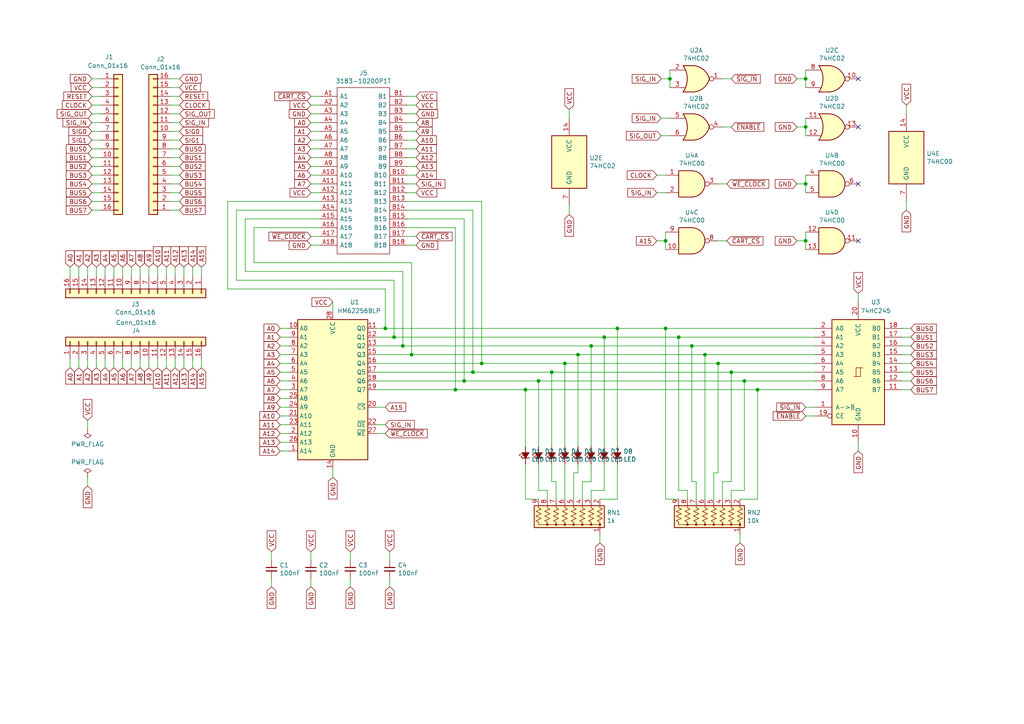
<source format=kicad_sch>
(kicad_sch (version 20230121) (generator eeschema)
  (paper "A4")
  (junction (at 233.68 36.83))
  (junction (at 233.68 69.85))
  (junction (at 204.47 102.87))
  (junction (at 215.9 110.49))
  (junction (at 119.38 102.87))
  (junction (at 196.85 97.79))
  (junction (at 156.21 110.49))
  (junction (at 194.31 22.86))
  (junction (at 132.08 113.03))
  (junction (at 163.83 105.41))
  (junction (at 139.7 105.41))
  (junction (at 193.04 95.25))
  (junction (at 137.16 107.95))
  (junction (at 160.02 107.95))
  (junction (at 175.26 97.79))
  (junction (at 212.09 107.95))
  (junction (at 179.07 95.25))
  (junction (at 208.28 105.41))
  (junction (at 134.62 110.49))
  (junction (at 171.45 100.33))
  (junction (at 193.04 69.85))
  (junction (at 152.4 113.03))
  (junction (at 233.68 22.86))
  (junction (at 167.64 102.87))
  (junction (at 219.71 113.03))
  (junction (at 116.84 100.33))
  (junction (at 114.3 97.79))
  (junction (at 111.76 95.25))
  (junction (at 233.68 53.34))
  (junction (at 200.66 100.33))
  (no_connect (at 248.92 69.85))
  (no_connect (at 248.92 36.83))
  (no_connect (at 248.92 22.86))
  (no_connect (at 248.92 53.34))
  (wire (pts (xy 175.26 134.62) (xy 175.26 142.24)))
  (wire (pts (xy 161.29 139.7) (xy 161.29 144.78)))
  (wire (pts (xy 26.67 27.94) (xy 29.21 27.94)))
  (wire (pts (xy 26.67 60.96) (xy 29.21 60.96)))
  (wire (pts (xy 118.11 43.18) (xy 120.65 43.18)))
  (wire (pts (xy 120.65 27.94) (xy 118.11 27.94)))
  (wire (pts (xy 45.72 104.14) (xy 45.72 106.68)))
  (wire (pts (xy 81.28 105.41) (xy 83.82 105.41)))
  (wire (pts (xy 81.28 107.95) (xy 83.82 107.95)))
  (wire (pts (xy 90.17 53.34) (xy 92.71 53.34)))
  (wire (pts (xy 26.67 53.34) (xy 29.21 53.34)))
  (wire (pts (xy 49.53 45.72) (xy 52.07 45.72)))
  (wire (pts (xy 26.67 38.1) (xy 29.21 38.1)))
  (wire (pts (xy 92.71 66.04) (xy 73.66 66.04)))
  (wire (pts (xy 35.56 80.01) (xy 35.56 77.47)))
  (wire (pts (xy 190.5 50.8) (xy 193.04 50.8)))
  (wire (pts (xy 49.53 25.4) (xy 52.07 25.4)))
  (wire (pts (xy 193.04 95.25) (xy 193.04 144.78)))
  (wire (pts (xy 118.11 48.26) (xy 120.65 48.26)))
  (wire (pts (xy 165.1 62.23) (xy 165.1 59.69)))
  (wire (pts (xy 81.28 102.87) (xy 83.82 102.87)))
  (wire (pts (xy 208.28 105.41) (xy 236.22 105.41)))
  (wire (pts (xy 109.22 107.95) (xy 137.16 107.95)))
  (wire (pts (xy 119.38 102.87) (xy 167.64 102.87)))
  (wire (pts (xy 158.75 142.24) (xy 158.75 144.78)))
  (wire (pts (xy 48.26 80.01) (xy 48.26 77.47)))
  (wire (pts (xy 25.4 80.01) (xy 25.4 77.47)))
  (wire (pts (xy 49.53 38.1) (xy 52.07 38.1)))
  (wire (pts (xy 33.02 104.14) (xy 33.02 106.68)))
  (wire (pts (xy 26.67 33.02) (xy 29.21 33.02)))
  (wire (pts (xy 233.68 36.83) (xy 231.14 36.83)))
  (wire (pts (xy 109.22 102.87) (xy 119.38 102.87)))
  (wire (pts (xy 109.22 95.25) (xy 111.76 95.25)))
  (wire (pts (xy 26.67 55.88) (xy 29.21 55.88)))
  (wire (pts (xy 231.14 69.85) (xy 233.68 69.85)))
  (wire (pts (xy 111.76 125.73) (xy 109.22 125.73)))
  (wire (pts (xy 196.85 97.79) (xy 196.85 142.24)))
  (wire (pts (xy 26.67 25.4) (xy 29.21 25.4)))
  (wire (pts (xy 66.04 83.82) (xy 111.76 83.82)))
  (wire (pts (xy 215.9 110.49) (xy 236.22 110.49)))
  (wire (pts (xy 38.1 104.14) (xy 38.1 106.68)))
  (wire (pts (xy 171.45 134.62) (xy 171.45 139.7)))
  (wire (pts (xy 81.28 115.57) (xy 83.82 115.57)))
  (wire (pts (xy 20.32 104.14) (xy 20.32 106.68)))
  (wire (pts (xy 193.04 95.25) (xy 236.22 95.25)))
  (wire (pts (xy 156.21 142.24) (xy 158.75 142.24)))
  (wire (pts (xy 90.17 48.26) (xy 92.71 48.26)))
  (wire (pts (xy 160.02 107.95) (xy 160.02 129.54)))
  (wire (pts (xy 53.34 104.14) (xy 53.34 106.68)))
  (wire (pts (xy 90.17 68.58) (xy 92.71 68.58)))
  (wire (pts (xy 90.17 38.1) (xy 92.71 38.1)))
  (wire (pts (xy 26.67 35.56) (xy 29.21 35.56)))
  (wire (pts (xy 49.53 35.56) (xy 52.07 35.56)))
  (wire (pts (xy 179.07 95.25) (xy 179.07 129.54)))
  (wire (pts (xy 160.02 107.95) (xy 212.09 107.95)))
  (wire (pts (xy 160.02 139.7) (xy 161.29 139.7)))
  (wire (pts (xy 55.88 104.14) (xy 55.88 106.68)))
  (wire (pts (xy 233.68 120.65) (xy 236.22 120.65)))
  (wire (pts (xy 111.76 123.19) (xy 109.22 123.19)))
  (wire (pts (xy 90.17 170.18) (xy 90.17 167.64)))
  (wire (pts (xy 171.45 100.33) (xy 171.45 129.54)))
  (wire (pts (xy 25.4 140.97) (xy 25.4 138.43)))
  (wire (pts (xy 118.11 33.02) (xy 120.65 33.02)))
  (wire (pts (xy 163.83 134.62) (xy 163.83 144.78)))
  (wire (pts (xy 166.37 137.16) (xy 166.37 144.78)))
  (wire (pts (xy 219.71 113.03) (xy 219.71 144.78)))
  (wire (pts (xy 81.28 113.03) (xy 83.82 113.03)))
  (wire (pts (xy 215.9 142.24) (xy 212.09 142.24)))
  (wire (pts (xy 96.52 138.43) (xy 96.52 135.89)))
  (wire (pts (xy 43.18 104.14) (xy 43.18 106.68)))
  (wire (pts (xy 207.01 137.16) (xy 207.01 144.78)))
  (wire (pts (xy 214.63 157.48) (xy 214.63 154.94)))
  (wire (pts (xy 90.17 45.72) (xy 92.71 45.72)))
  (wire (pts (xy 261.62 97.79) (xy 264.16 97.79)))
  (wire (pts (xy 118.11 40.64) (xy 120.65 40.64)))
  (wire (pts (xy 233.68 53.34) (xy 233.68 50.8)))
  (wire (pts (xy 210.82 69.85) (xy 208.28 69.85)))
  (wire (pts (xy 212.09 107.95) (xy 212.09 139.7)))
  (wire (pts (xy 261.62 107.95) (xy 264.16 107.95)))
  (wire (pts (xy 120.65 35.56) (xy 118.11 35.56)))
  (wire (pts (xy 109.22 105.41) (xy 139.7 105.41)))
  (wire (pts (xy 109.22 97.79) (xy 114.3 97.79)))
  (wire (pts (xy 156.21 134.62) (xy 156.21 142.24)))
  (wire (pts (xy 27.94 104.14) (xy 27.94 106.68)))
  (wire (pts (xy 261.62 113.03) (xy 264.16 113.03)))
  (wire (pts (xy 208.28 137.16) (xy 207.01 137.16)))
  (wire (pts (xy 179.07 134.62) (xy 179.07 144.78)))
  (wire (pts (xy 204.47 102.87) (xy 236.22 102.87)))
  (wire (pts (xy 233.68 72.39) (xy 233.68 69.85)))
  (wire (pts (xy 167.64 137.16) (xy 166.37 137.16)))
  (wire (pts (xy 201.93 139.7) (xy 201.93 144.78)))
  (wire (pts (xy 196.85 142.24) (xy 199.39 142.24)))
  (wire (pts (xy 233.68 55.88) (xy 233.68 53.34)))
  (wire (pts (xy 204.47 102.87) (xy 204.47 144.78)))
  (wire (pts (xy 212.09 142.24) (xy 212.09 144.78)))
  (wire (pts (xy 199.39 142.24) (xy 199.39 144.78)))
  (wire (pts (xy 101.6 170.18) (xy 101.6 167.64)))
  (wire (pts (xy 120.65 68.58) (xy 118.11 68.58)))
  (wire (pts (xy 81.28 120.65) (xy 83.82 120.65)))
  (wire (pts (xy 132.08 66.04) (xy 132.08 113.03)))
  (wire (pts (xy 134.62 63.5) (xy 118.11 63.5)))
  (wire (pts (xy 194.31 22.86) (xy 194.31 20.32)))
  (wire (pts (xy 118.11 50.8) (xy 120.65 50.8)))
  (wire (pts (xy 171.45 100.33) (xy 200.66 100.33)))
  (wire (pts (xy 81.28 125.73) (xy 83.82 125.73)))
  (wire (pts (xy 233.68 34.29) (xy 233.68 36.83)))
  (wire (pts (xy 261.62 102.87) (xy 264.16 102.87)))
  (wire (pts (xy 132.08 113.03) (xy 152.4 113.03)))
  (wire (pts (xy 120.65 71.12) (xy 118.11 71.12)))
  (wire (pts (xy 167.64 134.62) (xy 167.64 137.16)))
  (wire (pts (xy 196.85 97.79) (xy 236.22 97.79)))
  (wire (pts (xy 49.53 40.64) (xy 52.07 40.64)))
  (wire (pts (xy 193.04 67.31) (xy 193.04 69.85)))
  (wire (pts (xy 26.67 40.64) (xy 29.21 40.64)))
  (wire (pts (xy 26.67 22.86) (xy 29.21 22.86)))
  (wire (pts (xy 175.26 97.79) (xy 175.26 129.54)))
  (wire (pts (xy 78.74 170.18) (xy 78.74 167.64)))
  (wire (pts (xy 71.12 78.74) (xy 116.84 78.74)))
  (wire (pts (xy 167.64 102.87) (xy 167.64 129.54)))
  (wire (pts (xy 118.11 66.04) (xy 132.08 66.04)))
  (wire (pts (xy 38.1 80.01) (xy 38.1 77.47)))
  (wire (pts (xy 111.76 83.82) (xy 111.76 95.25)))
  (wire (pts (xy 262.89 30.48) (xy 262.89 33.02)))
  (wire (pts (xy 111.76 95.25) (xy 179.07 95.25)))
  (wire (pts (xy 190.5 55.88) (xy 193.04 55.88)))
  (wire (pts (xy 233.68 20.32) (xy 233.68 22.86)))
  (wire (pts (xy 90.17 160.02) (xy 90.17 162.56)))
  (wire (pts (xy 152.4 113.03) (xy 152.4 129.54)))
  (wire (pts (xy 71.12 63.5) (xy 71.12 78.74)))
  (wire (pts (xy 156.21 110.49) (xy 215.9 110.49)))
  (wire (pts (xy 49.53 50.8) (xy 52.07 50.8)))
  (wire (pts (xy 49.53 27.94) (xy 52.07 27.94)))
  (wire (pts (xy 49.53 55.88) (xy 52.07 55.88)))
  (wire (pts (xy 58.42 104.14) (xy 58.42 106.68)))
  (wire (pts (xy 35.56 104.14) (xy 35.56 106.68)))
  (wire (pts (xy 212.09 139.7) (xy 209.55 139.7)))
  (wire (pts (xy 30.48 80.01) (xy 30.48 77.47)))
  (wire (pts (xy 26.67 45.72) (xy 29.21 45.72)))
  (wire (pts (xy 40.64 104.14) (xy 40.64 106.68)))
  (wire (pts (xy 261.62 95.25) (xy 264.16 95.25)))
  (wire (pts (xy 119.38 76.2) (xy 119.38 102.87)))
  (wire (pts (xy 116.84 78.74) (xy 116.84 100.33)))
  (wire (pts (xy 92.71 58.42) (xy 66.04 58.42)))
  (wire (pts (xy 233.68 22.86) (xy 231.14 22.86)))
  (wire (pts (xy 25.4 121.92) (xy 25.4 124.46)))
  (wire (pts (xy 90.17 33.02) (xy 92.71 33.02)))
  (wire (pts (xy 81.28 128.27) (xy 83.82 128.27)))
  (wire (pts (xy 22.86 104.14) (xy 22.86 106.68)))
  (wire (pts (xy 219.71 113.03) (xy 236.22 113.03)))
  (wire (pts (xy 156.21 110.49) (xy 156.21 129.54)))
  (wire (pts (xy 171.45 142.24) (xy 171.45 144.78)))
  (wire (pts (xy 193.04 144.78) (xy 196.85 144.78)))
  (wire (pts (xy 66.04 58.42) (xy 66.04 83.82)))
  (wire (pts (xy 233.68 22.86) (xy 233.68 25.4)))
  (wire (pts (xy 90.17 40.64) (xy 92.71 40.64)))
  (wire (pts (xy 114.3 97.79) (xy 175.26 97.79)))
  (wire (pts (xy 152.4 134.62) (xy 152.4 144.78)))
  (wire (pts (xy 118.11 30.48) (xy 120.65 30.48)))
  (wire (pts (xy 101.6 160.02) (xy 101.6 162.56)))
  (wire (pts (xy 231.14 53.34) (xy 233.68 53.34)))
  (wire (pts (xy 40.64 80.01) (xy 40.64 77.47)))
  (wire (pts (xy 81.28 97.79) (xy 83.82 97.79)))
  (wire (pts (xy 49.53 33.02) (xy 52.07 33.02)))
  (wire (pts (xy 81.28 130.81) (xy 83.82 130.81)))
  (wire (pts (xy 90.17 55.88) (xy 92.71 55.88)))
  (wire (pts (xy 81.28 123.19) (xy 83.82 123.19)))
  (wire (pts (xy 212.09 36.83) (xy 209.55 36.83)))
  (wire (pts (xy 118.11 60.96) (xy 137.16 60.96)))
  (wire (pts (xy 173.99 157.48) (xy 173.99 154.94)))
  (wire (pts (xy 152.4 113.03) (xy 219.71 113.03)))
  (wire (pts (xy 90.17 27.94) (xy 92.71 27.94)))
  (wire (pts (xy 111.76 118.11) (xy 109.22 118.11)))
  (wire (pts (xy 175.26 142.24) (xy 171.45 142.24)))
  (wire (pts (xy 58.42 80.01) (xy 58.42 77.47)))
  (wire (pts (xy 163.83 105.41) (xy 163.83 129.54)))
  (wire (pts (xy 168.91 139.7) (xy 168.91 144.78)))
  (wire (pts (xy 78.74 160.02) (xy 78.74 162.56)))
  (wire (pts (xy 113.03 160.02) (xy 113.03 162.56)))
  (wire (pts (xy 20.32 80.01) (xy 20.32 77.47)))
  (wire (pts (xy 233.68 118.11) (xy 236.22 118.11)))
  (wire (pts (xy 26.67 50.8) (xy 29.21 50.8)))
  (wire (pts (xy 137.16 107.95) (xy 160.02 107.95)))
  (wire (pts (xy 49.53 60.96) (xy 52.07 60.96)))
  (wire (pts (xy 49.53 53.34) (xy 52.07 53.34)))
  (wire (pts (xy 262.89 60.96) (xy 262.89 58.42)))
  (wire (pts (xy 137.16 60.96) (xy 137.16 107.95)))
  (wire (pts (xy 25.4 104.14) (xy 25.4 106.68)))
  (wire (pts (xy 190.5 69.85) (xy 193.04 69.85)))
  (wire (pts (xy 68.58 81.28) (xy 114.3 81.28)))
  (wire (pts (xy 96.52 87.63) (xy 96.52 90.17)))
  (wire (pts (xy 26.67 30.48) (xy 29.21 30.48)))
  (wire (pts (xy 90.17 71.12) (xy 92.71 71.12)))
  (wire (pts (xy 92.71 35.56) (xy 90.17 35.56)))
  (wire (pts (xy 200.66 100.33) (xy 236.22 100.33)))
  (wire (pts (xy 118.11 38.1) (xy 120.65 38.1)))
  (wire (pts (xy 200.66 100.33) (xy 200.66 139.7)))
  (wire (pts (xy 50.8 80.01) (xy 50.8 77.47)))
  (wire (pts (xy 49.53 43.18) (xy 52.07 43.18)))
  (wire (pts (xy 30.48 104.14) (xy 30.48 106.68)))
  (wire (pts (xy 81.28 95.25) (xy 83.82 95.25)))
  (wire (pts (xy 175.26 97.79) (xy 196.85 97.79)))
  (wire (pts (xy 109.22 100.33) (xy 116.84 100.33)))
  (wire (pts (xy 33.02 80.01) (xy 33.02 77.47)))
  (wire (pts (xy 191.77 34.29) (xy 194.31 34.29)))
  (wire (pts (xy 73.66 76.2) (xy 119.38 76.2)))
  (wire (pts (xy 90.17 50.8) (xy 92.71 50.8)))
  (wire (pts (xy 194.31 22.86) (xy 194.31 25.4)))
  (wire (pts (xy 212.09 107.95) (xy 236.22 107.95)))
  (wire (pts (xy 49.53 48.26) (xy 52.07 48.26)))
  (wire (pts (xy 163.83 105.41) (xy 208.28 105.41)))
  (wire (pts (xy 171.45 139.7) (xy 168.91 139.7)))
  (wire (pts (xy 50.8 104.14) (xy 50.8 106.68)))
  (wire (pts (xy 210.82 53.34) (xy 208.28 53.34)))
  (wire (pts (xy 49.53 58.42) (xy 52.07 58.42)))
  (wire (pts (xy 49.53 30.48) (xy 52.07 30.48)))
  (wire (pts (xy 92.71 60.96) (xy 68.58 60.96)))
  (wire (pts (xy 81.28 110.49) (xy 83.82 110.49)))
  (wire (pts (xy 233.68 69.85) (xy 233.68 67.31)))
  (wire (pts (xy 26.67 58.42) (xy 29.21 58.42)))
  (wire (pts (xy 179.07 95.25) (xy 193.04 95.25)))
  (wire (pts (xy 92.71 63.5) (xy 71.12 63.5)))
  (wire (pts (xy 191.77 22.86) (xy 194.31 22.86)))
  (wire (pts (xy 26.67 43.18) (xy 29.21 43.18)))
  (wire (pts (xy 43.18 80.01) (xy 43.18 77.47)))
  (wire (pts (xy 139.7 105.41) (xy 163.83 105.41)))
  (wire (pts (xy 81.28 118.11) (xy 83.82 118.11)))
  (wire (pts (xy 26.67 48.26) (xy 29.21 48.26)))
  (wire (pts (xy 45.72 80.01) (xy 45.72 77.47)))
  (wire (pts (xy 179.07 144.78) (xy 173.99 144.78)))
  (wire (pts (xy 73.66 66.04) (xy 73.66 76.2)))
  (wire (pts (xy 116.84 100.33) (xy 171.45 100.33)))
  (wire (pts (xy 191.77 39.37) (xy 194.31 39.37)))
  (wire (pts (xy 55.88 80.01) (xy 55.88 77.47)))
  (wire (pts (xy 134.62 110.49) (xy 156.21 110.49)))
  (wire (pts (xy 212.09 22.86) (xy 209.55 22.86)))
  (wire (pts (xy 109.22 110.49) (xy 134.62 110.49)))
  (wire (pts (xy 261.62 100.33) (xy 264.16 100.33)))
  (wire (pts (xy 139.7 58.42) (xy 139.7 105.41)))
  (wire (pts (xy 68.58 60.96) (xy 68.58 81.28)))
  (wire (pts (xy 152.4 144.78) (xy 156.21 144.78)))
  (wire (pts (xy 114.3 81.28) (xy 114.3 97.79)))
  (wire (pts (xy 27.94 80.01) (xy 27.94 77.47)))
  (wire (pts (xy 49.53 22.86) (xy 52.07 22.86)))
  (wire (pts (xy 113.03 170.18) (xy 113.03 167.64)))
  (wire (pts (xy 209.55 139.7) (xy 209.55 144.78)))
  (wire (pts (xy 118.11 58.42) (xy 139.7 58.42)))
  (wire (pts (xy 118.11 45.72) (xy 120.65 45.72)))
  (wire (pts (xy 120.65 55.88) (xy 118.11 55.88)))
  (wire (pts (xy 165.1 31.75) (xy 165.1 34.29)))
  (wire (pts (xy 53.34 80.01) (xy 53.34 77.47)))
  (wire (pts (xy 233.68 36.83) (xy 233.68 39.37)))
  (wire (pts (xy 219.71 144.78) (xy 214.63 144.78)))
  (wire (pts (xy 261.62 105.41) (xy 264.16 105.41)))
  (wire (pts (xy 261.62 110.49) (xy 264.16 110.49)))
  (wire (pts (xy 90.17 30.48) (xy 92.71 30.48)))
  (wire (pts (xy 90.17 43.18) (xy 92.71 43.18)))
  (wire (pts (xy 193.04 69.85) (xy 193.04 72.39)))
  (wire (pts (xy 167.64 102.87) (xy 204.47 102.87)))
  (wire (pts (xy 118.11 53.34) (xy 120.65 53.34)))
  (wire (pts (xy 160.02 134.62) (xy 160.02 139.7)))
  (wire (pts (xy 248.92 85.09) (xy 248.92 87.63)))
  (wire (pts (xy 200.66 139.7) (xy 201.93 139.7)))
  (wire (pts (xy 134.62 110.49) (xy 134.62 63.5)))
  (wire (pts (xy 48.26 104.14) (xy 48.26 106.68)))
  (wire (pts (xy 215.9 110.49) (xy 215.9 142.24)))
  (wire (pts (xy 109.22 113.03) (xy 132.08 113.03)))
  (wire (pts (xy 248.92 130.81) (xy 248.92 128.27)))
  (wire (pts (xy 81.28 100.33) (xy 83.82 100.33)))
  (wire (pts (xy 22.86 80.01) (xy 22.86 77.47)))
  (wire (pts (xy 208.28 105.41) (xy 208.28 137.16)))
  (global_label "A8" (shape input) (at 40.64 106.68 270) (property "Intersheetrefs" "${INTERSHEET_REFS}" (effects hide)))
  (global_label "A13" (shape input) (at 53.34 106.68 270) (property "Intersheetrefs" "${INTERSHEET_REFS}" (effects hide)))
  (global_label "BUS1" (shape input) (at 264.16 97.79 0) (property "Intersheetrefs" "${INTERSHEET_REFS}" (effects hide)))
  (global_label "A14" (shape input) (at 55.88 106.68 270) (property "Intersheetrefs" "${INTERSHEET_REFS}" (effects hide)))
  (global_label "CLOCK" (shape input) (at 190.5 50.8 180) (property "Intersheetrefs" "${INTERSHEET_REFS}" (effects hide)))
  (global_label "BUS3" (shape input) (at 52.07 50.8 0) (property "Intersheetrefs" "${INTERSHEET_REFS}" (effects hide)))
  (global_label "BUS3" (shape input) (at 264.16 102.87 0) (property "Intersheetrefs" "${INTERSHEET_REFS}" (effects hide)))
  (global_label "A6" (shape input) (at 81.28 110.49 180) (property "Intersheetrefs" "${INTERSHEET_REFS}" (effects hide)))
  (global_label "BUS5" (shape input) (at 52.07 55.88 0) (property "Intersheetrefs" "${INTERSHEET_REFS}" (effects hide)))
  (global_label "BUS4" (shape input) (at 26.67 53.34 180) (property "Intersheetrefs" "${INTERSHEET_REFS}" (effects hide)))
  (global_label "~{SIG_IN}" (shape input) (at 212.09 22.86 0) (property "Intersheetrefs" "${INTERSHEET_REFS}" (effects hide)))
  (global_label "VCC" (shape input) (at 120.65 27.94 0) (property "Intersheetrefs" "${INTERSHEET_REFS}" (effects hide)))
  (global_label "SIG_IN" (shape input) (at 52.07 35.56 0) (property "Intersheetrefs" "${INTERSHEET_REFS}" (effects hide)))
  (global_label "A4" (shape input) (at 90.17 45.72 180) (property "Intersheetrefs" "${INTERSHEET_REFS}" (effects hide)))
  (global_label "SIG_IN" (shape input) (at 191.77 34.29 180) (property "Intersheetrefs" "${INTERSHEET_REFS}" (effects hide)))
  (global_label "SIG0" (shape input) (at 26.67 38.1 180) (property "Intersheetrefs" "${INTERSHEET_REFS}" (effects hide)))
  (global_label "GND" (shape input) (at 26.67 22.86 180) (property "Intersheetrefs" "${INTERSHEET_REFS}" (effects hide)))
  (global_label "VCC" (shape input) (at 25.4 121.92 90) (property "Intersheetrefs" "${INTERSHEET_REFS}" (effects hide)))
  (global_label "A14" (shape input) (at 55.88 77.47 90) (property "Intersheetrefs" "${INTERSHEET_REFS}" (effects hide)))
  (global_label "GND" (shape input) (at 101.6 170.18 270) (property "Intersheetrefs" "${INTERSHEET_REFS}" (effects hide)))
  (global_label "BUS4" (shape input) (at 264.16 105.41 0) (property "Intersheetrefs" "${INTERSHEET_REFS}" (effects hide)))
  (global_label "A9" (shape input) (at 43.18 77.47 90) (property "Intersheetrefs" "${INTERSHEET_REFS}" (effects hide)))
  (global_label "SIG1" (shape input) (at 26.67 40.64 180) (property "Intersheetrefs" "${INTERSHEET_REFS}" (effects hide)))
  (global_label "~{CART_CS}" (shape input) (at 90.17 27.94 180) (property "Intersheetrefs" "${INTERSHEET_REFS}" (effects hide)))
  (global_label "A3" (shape input) (at 27.94 77.47 90) (property "Intersheetrefs" "${INTERSHEET_REFS}" (effects hide)))
  (global_label "A12" (shape input) (at 81.28 125.73 180) (property "Intersheetrefs" "${INTERSHEET_REFS}" (effects hide)))
  (global_label "A2" (shape input) (at 81.28 100.33 180) (property "Intersheetrefs" "${INTERSHEET_REFS}" (effects hide)))
  (global_label "A5" (shape input) (at 90.17 48.26 180) (property "Intersheetrefs" "${INTERSHEET_REFS}" (effects hide)))
  (global_label "A10" (shape input) (at 120.65 40.64 0) (property "Intersheetrefs" "${INTERSHEET_REFS}" (effects hide)))
  (global_label "GND" (shape input) (at 231.14 36.83 180) (property "Intersheetrefs" "${INTERSHEET_REFS}" (effects hide)))
  (global_label "A7" (shape input) (at 90.17 53.34 180) (property "Intersheetrefs" "${INTERSHEET_REFS}" (effects hide)))
  (global_label "A11" (shape input) (at 48.26 77.47 90) (property "Intersheetrefs" "${INTERSHEET_REFS}" (effects hide)))
  (global_label "A7" (shape input) (at 38.1 106.68 270) (property "Intersheetrefs" "${INTERSHEET_REFS}" (effects hide)))
  (global_label "BUS2" (shape input) (at 52.07 48.26 0) (property "Intersheetrefs" "${INTERSHEET_REFS}" (effects hide)))
  (global_label "A2" (shape input) (at 90.17 40.64 180) (property "Intersheetrefs" "${INTERSHEET_REFS}" (effects hide)))
  (global_label "BUS6" (shape input) (at 52.07 58.42 0) (property "Intersheetrefs" "${INTERSHEET_REFS}" (effects hide)))
  (global_label "VCC" (shape input) (at 90.17 160.02 90) (property "Intersheetrefs" "${INTERSHEET_REFS}" (effects hide)))
  (global_label "A3" (shape input) (at 90.17 43.18 180) (property "Intersheetrefs" "${INTERSHEET_REFS}" (effects hide)))
  (global_label "A12" (shape input) (at 120.65 45.72 0) (property "Intersheetrefs" "${INTERSHEET_REFS}" (effects hide)))
  (global_label "BUS0" (shape input) (at 26.67 43.18 180) (property "Intersheetrefs" "${INTERSHEET_REFS}" (effects hide)))
  (global_label "A14" (shape input) (at 120.65 50.8 0) (property "Intersheetrefs" "${INTERSHEET_REFS}" (effects hide)))
  (global_label "~{WE_CLOCK}" (shape input) (at 90.17 68.58 180) (property "Intersheetrefs" "${INTERSHEET_REFS}" (effects hide)))
  (global_label "VCC" (shape input) (at 26.67 25.4 180) (property "Intersheetrefs" "${INTERSHEET_REFS}" (effects hide)))
  (global_label "A5" (shape input) (at 81.28 107.95 180) (property "Intersheetrefs" "${INTERSHEET_REFS}" (effects hide)))
  (global_label "GND" (shape input) (at 120.65 71.12 0) (property "Intersheetrefs" "${INTERSHEET_REFS}" (effects hide)))
  (global_label "GND" (shape input) (at 120.65 33.02 0) (property "Intersheetrefs" "${INTERSHEET_REFS}" (effects hide)))
  (global_label "VCC" (shape input) (at 120.65 55.88 0) (property "Intersheetrefs" "${INTERSHEET_REFS}" (effects hide)))
  (global_label "A2" (shape input) (at 25.4 106.68 270) (property "Intersheetrefs" "${INTERSHEET_REFS}" (effects hide)))
  (global_label "A10" (shape input) (at 45.72 77.47 90) (property "Intersheetrefs" "${INTERSHEET_REFS}" (effects hide)))
  (global_label "CLOCK" (shape input) (at 26.67 30.48 180) (property "Intersheetrefs" "${INTERSHEET_REFS}" (effects hide)))
  (global_label "A4" (shape input) (at 81.28 105.41 180) (property "Intersheetrefs" "${INTERSHEET_REFS}" (effects hide)))
  (global_label "VCC" (shape input) (at 90.17 30.48 180) (property "Intersheetrefs" "${INTERSHEET_REFS}" (effects hide)))
  (global_label "SIG0" (shape input) (at 52.07 38.1 0) (property "Intersheetrefs" "${INTERSHEET_REFS}" (effects hide)))
  (global_label "~{ENABLE}" (shape input) (at 233.68 120.65 180) (property "Intersheetrefs" "${INTERSHEET_REFS}" (effects hide)))
  (global_label "GND" (shape input) (at 52.07 22.86 0) (property "Intersheetrefs" "${INTERSHEET_REFS}" (effects hide)))
  (global_label "SIG_OUT" (shape input) (at 52.07 33.02 0) (property "Intersheetrefs" "${INTERSHEET_REFS}" (effects hide)))
  (global_label "VCC" (shape input) (at 101.6 160.02 90) (property "Intersheetrefs" "${INTERSHEET_REFS}" (effects hide)))
  (global_label "GND" (shape input) (at 90.17 33.02 180) (property "Intersheetrefs" "${INTERSHEET_REFS}" (effects hide)))
  (global_label "A13" (shape input) (at 120.65 48.26 0) (property "Intersheetrefs" "${INTERSHEET_REFS}" (effects hide)))
  (global_label "A9" (shape input) (at 43.18 106.68 270) (property "Intersheetrefs" "${INTERSHEET_REFS}" (effects hide)))
  (global_label "~{SIG_IN}" (shape input) (at 233.68 118.11 180) (property "Intersheetrefs" "${INTERSHEET_REFS}" (effects hide)))
  (global_label "BUS7" (shape input) (at 26.67 60.96 180) (property "Intersheetrefs" "${INTERSHEET_REFS}" (effects hide)))
  (global_label "~{WE_CLOCK}" (shape input) (at 111.76 125.73 0) (property "Intersheetrefs" "${INTERSHEET_REFS}" (effects hide)))
  (global_label "SIG1" (shape input) (at 52.07 40.64 0) (property "Intersheetrefs" "${INTERSHEET_REFS}" (effects hide)))
  (global_label "A8" (shape input) (at 120.65 35.56 0) (property "Intersheetrefs" "${INTERSHEET_REFS}" (effects hide)))
  (global_label "A8" (shape input) (at 40.64 77.47 90) (property "Intersheetrefs" "${INTERSHEET_REFS}" (effects hide)))
  (global_label "GND" (shape input) (at 25.4 140.97 270) (property "Intersheetrefs" "${INTERSHEET_REFS}" (effects hide)))
  (global_label "A13" (shape input) (at 81.28 128.27 180) (property "Intersheetrefs" "${INTERSHEET_REFS}" (effects hide)))
  (global_label "GND" (shape input) (at 165.1 62.23 270) (property "Intersheetrefs" "${INTERSHEET_REFS}" (effects hide)))
  (global_label "GND" (shape input) (at 96.52 138.43 270) (property "Intersheetrefs" "${INTERSHEET_REFS}" (effects hide)))
  (global_label "BUS7" (shape input) (at 264.16 113.03 0) (property "Intersheetrefs" "${INTERSHEET_REFS}" (effects hide)))
  (global_label "BUS5" (shape input) (at 264.16 107.95 0) (property "Intersheetrefs" "${INTERSHEET_REFS}" (effects hide)))
  (global_label "A12" (shape input) (at 50.8 77.47 90) (property "Intersheetrefs" "${INTERSHEET_REFS}" (effects hide)))
  (global_label "A7" (shape input) (at 81.28 113.03 180) (property "Intersheetrefs" "${INTERSHEET_REFS}" (effects hide)))
  (global_label "VCC" (shape input) (at 248.92 85.09 90) (property "Intersheetrefs" "${INTERSHEET_REFS}" (effects hide)))
  (global_label "VCC" (shape input) (at 165.1 31.75 90) (property "Intersheetrefs" "${INTERSHEET_REFS}" (effects hide)))
  (global_label "A1" (shape input) (at 81.28 97.79 180) (property "Intersheetrefs" "${INTERSHEET_REFS}" (effects hide)))
  (global_label "A1" (shape input) (at 90.17 38.1 180) (property "Intersheetrefs" "${INTERSHEET_REFS}" (effects hide)))
  (global_label "A7" (shape input) (at 38.1 77.47 90) (property "Intersheetrefs" "${INTERSHEET_REFS}" (effects hide)))
  (global_label "A15" (shape input) (at 58.42 77.47 90) (property "Intersheetrefs" "${INTERSHEET_REFS}" (effects hide)))
  (global_label "A10" (shape input) (at 81.28 120.65 180) (property "Intersheetrefs" "${INTERSHEET_REFS}" (effects hide)))
  (global_label "A14" (shape input) (at 81.28 130.81 180) (property "Intersheetrefs" "${INTERSHEET_REFS}" (effects hide)))
  (global_label "BUS3" (shape input) (at 26.67 50.8 180) (property "Intersheetrefs" "${INTERSHEET_REFS}" (effects hide)))
  (global_label "A9" (shape input) (at 81.28 118.11 180) (property "Intersheetrefs" "${INTERSHEET_REFS}" (effects hide)))
  (global_label "GND" (shape input) (at 231.14 53.34 180) (property "Intersheetrefs" "${INTERSHEET_REFS}" (effects hide)))
  (global_label "BUS2" (shape input) (at 26.67 48.26 180) (property "Intersheetrefs" "${INTERSHEET_REFS}" (effects hide)))
  (global_label "BUS0" (shape input) (at 264.16 95.25 0) (property "Intersheetrefs" "${INTERSHEET_REFS}" (effects hide)))
  (global_label "A0" (shape input) (at 81.28 95.25 180) (property "Intersheetrefs" "${INTERSHEET_REFS}" (effects hide)))
  (global_label "~{CART_CS}" (shape input) (at 210.82 69.85 0) (property "Intersheetrefs" "${INTERSHEET_REFS}" (effects hide)))
  (global_label "SIG_OUT" (shape input) (at 26.67 33.02 180) (property "Intersheetrefs" "${INTERSHEET_REFS}" (effects hide)))
  (global_label "SIG_OUT" (shape input) (at 191.77 39.37 180) (property "Intersheetrefs" "${INTERSHEET_REFS}" (effects hide)))
  (global_label "A0" (shape input) (at 20.32 106.68 270) (property "Intersheetrefs" "${INTERSHEET_REFS}" (effects hide)))
  (global_label "A6" (shape input) (at 35.56 106.68 270) (property "Intersheetrefs" "${INTERSHEET_REFS}" (effects hide)))
  (global_label "A1" (shape input) (at 22.86 106.68 270) (property "Intersheetrefs" "${INTERSHEET_REFS}" (effects hide)))
  (global_label "A3" (shape input) (at 81.28 102.87 180) (property "Intersheetrefs" "${INTERSHEET_REFS}" (effects hide)))
  (global_label "GND" (shape input) (at 90.17 71.12 180) (property "Intersheetrefs" "${INTERSHEET_REFS}" (effects hide)))
  (global_label "A9" (shape input) (at 120.65 38.1 0) (property "Intersheetrefs" "${INTERSHEET_REFS}" (effects hide)))
  (global_label "BUS1" (shape input) (at 52.07 45.72 0) (property "Intersheetrefs" "${INTERSHEET_REFS}" (effects hide)))
  (global_label "GND" (shape input) (at 78.74 170.18 270) (property "Intersheetrefs" "${INTERSHEET_REFS}" (effects hide)))
  (global_label "GND" (shape input) (at 214.63 157.48 270) (property "Intersheetrefs" "${INTERSHEET_REFS}" (effects hide)))
  (global_label "SIG_IN" (shape input) (at 26.67 35.56 180) (property "Intersheetrefs" "${INTERSHEET_REFS}" (effects hide)))
  (global_label "BUS7" (shape input) (at 52.07 60.96 0) (property "Intersheetrefs" "${INTERSHEET_REFS}" (effects hide)))
  (global_label "BUS6" (shape input) (at 264.16 110.49 0) (property "Intersheetrefs" "${INTERSHEET_REFS}" (effects hide)))
  (global_label "VCC" (shape input) (at 262.89 30.48 90) (property "Intersheetrefs" "${INTERSHEET_REFS}" (effects hide)))
  (global_label "A4" (shape input) (at 30.48 106.68 270) (property "Intersheetrefs" "${INTERSHEET_REFS}" (effects hide)))
  (global_label "VCC" (shape input) (at 78.74 160.02 90) (property "Intersheetrefs" "${INTERSHEET_REFS}" (effects hide)))
  (global_label "GND" (shape input) (at 248.92 130.81 270) (property "Intersheetrefs" "${INTERSHEET_REFS}" (effects hide)))
  (global_label "GND" (shape input) (at 113.03 170.18 270) (property "Intersheetrefs" "${INTERSHEET_REFS}" (effects hide)))
  (global_label "BUS1" (shape input) (at 26.67 45.72 180) (property "Intersheetrefs" "${INTERSHEET_REFS}" (effects hide)))
  (global_label "GND" (shape input) (at 231.14 22.86 180) (property "Intersheetrefs" "${INTERSHEET_REFS}" (effects hide)))
  (global_label "A8" (shape input) (at 81.28 115.57 180) (property "Intersheetrefs" "${INTERSHEET_REFS}" (effects hide)))
  (global_label "A3" (shape input) (at 27.94 106.68 270) (property "Intersheetrefs" "${INTERSHEET_REFS}" (effects hide)))
  (global_label "A15" (shape input) (at 190.5 69.85 180) (property "Intersheetrefs" "${INTERSHEET_REFS}" (effects hide)))
  (global_label "A0" (shape input) (at 20.32 77.47 90) (property "Intersheetrefs" "${INTERSHEET_REFS}" (effects hide)))
  (global_label "SIG_IN" (shape input) (at 190.5 55.88 180) (property "Intersheetrefs" "${INTERSHEET_REFS}" (effects hide)))
  (global_label "VCC" (shape input) (at 90.17 55.88 180) (property "Intersheetrefs" "${INTERSHEET_REFS}" (effects hide)))
  (global_label "RESET" (shape input) (at 52.07 27.94 0) (property "Intersheetrefs" "${INTERSHEET_REFS}" (effects hide)))
  (global_label "VCC" (shape input) (at 113.03 160.02 90) (property "Intersheetrefs" "${INTERSHEET_REFS}" (effects hide)))
  (global_label "CLOCK" (shape input) (at 52.07 30.48 0) (property "Intersheetrefs" "${INTERSHEET_REFS}" (effects hide)))
  (global_label "GND" (shape input) (at 262.89 60.96 270) (property "Intersheetrefs" "${INTERSHEET_REFS}" (effects hide)))
  (global_label "A11" (shape input) (at 120.65 43.18 0) (property "Intersheetrefs" "${INTERSHEET_REFS}" (effects hide)))
  (global_label "A4" (shape input) (at 30.48 77.47 90) (property "Intersheetrefs" "${INTERSHEET_REFS}" (effects hide)))
  (global_label "VCC" (shape input) (at 52.07 25.4 0) (property "Intersheetrefs" "${INTERSHEET_REFS}" (effects hide)))
  (global_label "BUS5" (shape input) (at 26.67 55.88 180) (property "Intersheetrefs" "${INTERSHEET_REFS}" (effects hide)))
  (global_label "BUS0" (shape input) (at 52.07 43.18 0) (property "Intersheetrefs" "${INTERSHEET_REFS}" (effects hide)))
  (global_label "~{CART_CS}" (shape input) (at 120.65 68.58 0) (property "Intersheetrefs" "${INTERSHEET_REFS}" (effects hide)))
  (global_label "~{ENABLE}" (shape input) (at 212.09 36.83 0) (property "Intersheetrefs" "${INTERSHEET_REFS}" (effects hide)))
  (global_label "SIG_IN" (shape input) (at 191.77 22.86 180) (property "Intersheetrefs" "${INTERSHEET_REFS}" (effects hide)))
  (global_label "A15" (shape input) (at 58.42 106.68 270) (property "Intersheetrefs" "${INTERSHEET_REFS}" (effects hide)))
  (global_label "BUS2" (shape input) (at 264.16 100.33 0) (property "Intersheetrefs" "${INTERSHEET_REFS}" (effects hide)))
  (global_label "A13" (shape input) (at 53.34 77.47 90) (property "Intersheetrefs" "${INTERSHEET_REFS}" (effects hide)))
  (global_label "~{WE_CLOCK}" (shape input) (at 210.82 53.34 0) (property "Intersheetrefs" "${INTERSHEET_REFS}" (effects hide)))
  (global_label "SIG_IN" (shape input) (at 111.76 123.19 0) (property "Intersheetrefs" "${INTERSHEET_REFS}" (effects hide)))
  (global_label "A15" (shape input) (at 111.76 118.11 0) (property "Intersheetrefs" "${INTERSHEET_REFS}" (effects hide)))
  (global_label "A11" (shape input) (at 48.26 106.68 270) (property "Intersheetrefs" "${INTERSHEET_REFS}" (effects hide)))
  (global_label "VCC" (shape input) (at 120.65 30.48 0) (property "Intersheetrefs" "${INTERSHEET_REFS}" (effects hide)))
  (global_label "A11" (shape input) (at 81.28 123.19 180) (property "Intersheetrefs" "${INTERSHEET_REFS}" (effects hide)))
  (global_label "A0" (shape input) (at 90.17 35.56 180) (property "Intersheetrefs" "${INTERSHEET_REFS}" (effects hide)))
  (global_label "A2" (shape input) (at 25.4 77.47 90) (property "Intersheetrefs" "${INTERSHEET_REFS}" (effects hide)))
  (global_label "A1" (shape input) (at 22.86 77.47 90) (property "Intersheetrefs" "${INTERSHEET_REFS}" (effects hide)))
  (global_label "GND" (shape input) (at 231.14 69.85 180) (property "Intersheetrefs" "${INTERSHEET_REFS}" (effects hide)))
  (global_label "GND" (shape input) (at 173.99 157.48 270) (property "Intersheetrefs" "${INTERSHEET_REFS}" (effects hide)))
  (global_label "BUS6" (shape input) (at 26.67 58.42 180) (property "Intersheetrefs" "${INTERSHEET_REFS}" (effects hide)))
  (global_label "A5" (shape input) (at 33.02 77.47 90) (property "Intersheetrefs" "${INTERSHEET_REFS}" (effects hide)))
  (global_label "VCC" (shape input) (at 96.52 87.63 180) (property "Intersheetrefs" "${INTERSHEET_REFS}" (effects hide)))
  (global_label "A12" (shape input) (at 50.8 106.68 270) (property "Intersheetrefs" "${INTERSHEET_REFS}" (effects hide)))
  (global_label "A6" (shape input) (at 90.17 50.8 180) (property "Intersheetrefs" "${INTERSHEET_REFS}" (effects hide)))
  (global_label "A5" (shape input) (at 33.02 106.68 270) (property "Intersheetrefs" "${INTERSHEET_REFS}" (effects hide)))
  (global_label "GND" (shape input) (at 90.17 170.18 270) (property "Intersheetrefs" "${INTERSHEET_REFS}" (effects hide)))
  (global_label "SIG_IN" (shape input) (at 120.65 53.34 0) (property "Intersheetrefs" "${INTERSHEET_REFS}" (effects hide)))
  (global_label "A6" (shape input) (at 35.56 77.47 90) (property "Intersheetrefs" "${INTERSHEET_REFS}" (effects hide)))
  (global_label "A10" (shape input) (at 45.72 106.68 270) (property "Intersheetrefs" "${INTERSHEET_REFS}" (effects hide)))
  (global_label "BUS4" (shape input) (at 52.07 53.34 0) (property "Intersheetrefs" "${INTERSHEET_REFS}" (effects hide)))
  (global_label "RESET" (shape input) (at 26.67 27.94 180) (property "Intersheetrefs" "${INTERSHEET_REFS}" (effects hide)))
  (symbol (lib_id "Connector_Generic:Conn_01x16") (at 34.29 40.64 0) (unit 1)
    (property "Reference" "J1" (at 30.48 16.51 0) (effects (justify left)))
    (property "Value" "Conn_01x16" (at 25.4 19.05 0) (effects (justify left)))
    (property "Footprint" "Connector_PinHeader_2.54mm:PinHeader_1x16_P2.54mm_Horizontal" (effects hide))
  )
  (symbol (lib_id "Connector_Generic:Conn_01x16") (at 44.45 43.18 180) (unit 1)
    (property "Reference" "J2" (at 46.5328 17.145 0))
    (property "Value" "Conn_01x16" (at 46.5328 19.4564 0))
    (property "Footprint" "Connector_PinHeader_2.54mm:PinHeader_1x16_P2.54mm_Horizontal" (effects hide))
  )
  (symbol (lib_id "Connector_Generic:Conn_01x16") (at 40.64 85.09 270) (unit 1)
    (property "Reference" "J3" (at 39.2684 88.265 90))
    (property "Value" "Conn_01x16" (at 39.2684 90.5764 90))
    (property "Footprint" "Connector_PinHeader_2.54mm:PinHeader_1x16_P2.54mm_Horizontal" (effects hide))
  )
  (symbol (lib_id "Connector_Generic:Conn_01x16") (at 38.1 99.06 90) (unit 1)
    (property "Reference" "J4" (at 39.4716 95.885 90))
    (property "Value" "Conn_01x16" (at 39.4716 93.5736 90))
    (property "Footprint" "Connector_PinHeader_2.54mm:PinHeader_1x16_P2.54mm_Horizontal" (effects hide))
  )
  (symbol (lib_id "RAM-rescue:LED_Small_ALT-Device") (at 152.4 132.08 90) (unit 1)
    (property "Reference" "D1" (at 154.178 130.9116 90) (effects (justify right)))
    (property "Value" "LED" (at 154.178 133.223 90) (effects (justify right)))
    (property "Footprint" "LED_THT:LED_D3.0mm_Clear" (effects hide))
  )
  (symbol (lib_id "RAM-rescue:LED_Small_ALT-Device") (at 156.21 132.08 90) (unit 1)
    (property "Reference" "D2" (at 157.988 130.9116 90) (effects (justify right)))
    (property "Value" "LED" (at 157.988 133.223 90) (effects (justify right)))
    (property "Footprint" "LED_THT:LED_D3.0mm_Clear" (effects hide))
  )
  (symbol (lib_id "RAM-rescue:LED_Small_ALT-Device") (at 160.02 132.08 90) (unit 1)
    (property "Reference" "D3" (at 161.798 130.9116 90) (effects (justify right)))
    (property "Value" "LED" (at 161.798 133.223 90) (effects (justify right)))
    (property "Footprint" "LED_THT:LED_D3.0mm_Clear" (effects hide))
  )
  (symbol (lib_id "RAM-rescue:LED_Small_ALT-Device") (at 163.83 132.08 90) (unit 1)
    (property "Reference" "D4" (at 165.608 130.9116 90) (effects (justify right)))
    (property "Value" "LED" (at 165.608 133.223 90) (effects (justify right)))
    (property "Footprint" "LED_THT:LED_D3.0mm_Clear" (effects hide))
  )
  (symbol (lib_id "RAM-rescue:LED_Small_ALT-Device") (at 167.64 132.08 90) (unit 1)
    (property "Reference" "D5" (at 169.418 130.9116 90) (effects (justify right)))
    (property "Value" "LED" (at 169.418 133.223 90) (effects (justify right)))
    (property "Footprint" "LED_THT:LED_D3.0mm_Clear" (effects hide))
  )
  (symbol (lib_id "RAM-rescue:LED_Small_ALT-Device") (at 171.45 132.08 90) (unit 1)
    (property "Reference" "D6" (at 173.228 130.9116 90) (effects (justify right)))
    (property "Value" "LED" (at 173.228 133.223 90) (effects (justify right)))
    (property "Footprint" "LED_THT:LED_D3.0mm_Clear" (effects hide))
  )
  (symbol (lib_id "RAM-rescue:LED_Small_ALT-Device") (at 175.26 132.08 90) (unit 1)
    (property "Reference" "D7" (at 177.038 130.9116 90) (effects (justify right)))
    (property "Value" "LED" (at 177.038 133.223 90) (effects (justify right)))
    (property "Footprint" "LED_THT:LED_D3.0mm_Clear" (effects hide))
  )
  (symbol (lib_id "RAM-rescue:LED_Small_ALT-Device") (at 179.07 132.08 90) (unit 1)
    (property "Reference" "D8" (at 180.848 130.9116 90) (effects (justify right)))
    (property "Value" "LED" (at 180.848 133.223 90) (effects (justify right)))
    (property "Footprint" "LED_THT:LED_D3.0mm_Clear" (effects hide))
  )
  (symbol (lib_id "Device:R_Network08_US") (at 163.83 149.86 180) (unit 1)
    (property "Reference" "RN1" (at 176.022 148.6916 0) (effects (justify right)))
    (property "Value" "1k" (at 176.022 151.003 0) (effects (justify right)))
    (property "Footprint" "Resistor_THT:R_Array_SIP9" (effects hide))
    (property "Datasheet" "http://www.vishay.com/docs/31509/csc.pdf" (effects hide))
  )
  (symbol (lib_id "74xx:74LS02") (at 201.93 22.86 0) (unit 1)
    (property "Reference" "U2" (at 201.93 14.605 0))
    (property "Value" "74HC02" (at 201.93 16.9164 0))
    (property "Footprint" "Package_DIP:DIP-14_W7.62mm" (effects hide))
    (property "Datasheet" "http://www.ti.com/lit/gpn/sn74ls02" (effects hide))
  )
  (symbol (lib_id "74xx:74LS02") (at 201.93 36.83 0) (unit 2)
    (property "Reference" "U2" (at 201.93 28.575 0))
    (property "Value" "74HC02" (at 201.93 30.8864 0))
    (property "Footprint" "Package_DIP:DIP-14_W7.62mm" (effects hide))
    (property "Datasheet" "http://www.ti.com/lit/gpn/sn74ls02" (effects hide))
  )
  (symbol (lib_id "74xx:74LS02") (at 165.1 46.99 0) (unit 5)
    (property "Reference" "U2" (at 170.942 45.8216 0) (effects (justify left)))
    (property "Value" "74HC02" (at 170.942 48.133 0) (effects (justify left)))
    (property "Footprint" "Package_DIP:DIP-14_W7.62mm" (effects hide))
    (property "Datasheet" "http://www.ti.com/lit/gpn/sn74ls02" (effects hide))
  )
  (symbol (lib_id "power:PWR_FLAG") (at 25.4 124.46 180) (unit 1)
    (property "Reference" "#FLG0101" (effects hide))
    (property "Value" "PWR_FLAG" (at 25.4 128.8542 0))
  )
  (symbol (lib_id "power:PWR_FLAG") (at 25.4 138.43 0) (unit 1)
    (property "Reference" "#FLG0102" (effects hide))
    (property "Value" "PWR_FLAG" (at 25.4 134.0358 0))
  )
  (symbol (lib_id "Device:C_Small") (at 78.74 165.1 0) (unit 1)
    (property "Reference" "C1" (at 81.0768 163.9316 0) (effects (justify left)))
    (property "Value" "100nF" (at 81.0768 166.243 0) (effects (justify left)))
    (property "Footprint" "Capacitor_THT:C_Disc_D4.3mm_W1.9mm_P5.00mm" (effects hide))
  )
  (symbol (lib_id "Device:C_Small") (at 90.17 165.1 0) (unit 1)
    (property "Reference" "C2" (at 92.5068 163.9316 0) (effects (justify left)))
    (property "Value" "100nF" (at 92.5068 166.243 0) (effects (justify left)))
    (property "Footprint" "Capacitor_THT:C_Disc_D4.3mm_W1.9mm_P5.00mm" (effects hide))
  )
  (symbol (lib_id "Device:C_Small") (at 101.6 165.1 0) (unit 1)
    (property "Reference" "C3" (at 103.9368 163.9316 0) (effects (justify left)))
    (property "Value" "100nF" (at 103.9368 166.243 0) (effects (justify left)))
    (property "Footprint" "Capacitor_THT:C_Disc_D4.3mm_W1.9mm_P5.00mm" (effects hide))
  )
  (symbol (lib_id "Memory_RAM:HM62256BLP") (at 96.52 113.03 0) (unit 1)
    (property "Reference" "U1" (at 102.87 87.63 0))
    (property "Value" "HM62256BLP" (at 104.14 90.17 0))
    (property "Footprint" "Package_DIP:DIP-28_W15.24mm_Socket" (effects hide))
    (property "Datasheet" "https://web.mit.edu/6.115/www/document/62256.pdf" (effects hide))
  )
  (symbol (lib_id "74xx:74LS245") (at 248.92 107.95 0) (unit 1)
    (property "Reference" "U3" (at 254 87.63 0))
    (property "Value" "74HC245" (at 254 90.17 0))
    (property "Footprint" "Package_DIP:DIP-20_W7.62mm" (effects hide))
    (property "Datasheet" "http://www.ti.com/lit/gpn/sn74LS245" (effects hide))
  )
  (symbol (lib_id "74xx:74LS02") (at 241.3 22.86 0) (unit 3)
    (property "Reference" "U2" (at 241.3 14.605 0))
    (property "Value" "74HC02" (at 241.3 16.9164 0))
    (property "Footprint" "Package_DIP:DIP-14_W7.62mm" (effects hide))
    (property "Datasheet" "http://www.ti.com/lit/gpn/sn74ls02" (effects hide))
  )
  (symbol (lib_id "74xx:74LS02") (at 241.3 36.83 0) (unit 4)
    (property "Reference" "U2" (at 241.3 28.575 0))
    (property "Value" "74HC02" (at 241.3 30.8864 0))
    (property "Footprint" "Package_DIP:DIP-14_W7.62mm" (effects hide))
    (property "Datasheet" "http://www.ti.com/lit/gpn/sn74ls02" (effects hide))
  )
  (symbol (lib_id "Device:R_Network08_US") (at 204.47 149.86 180) (unit 1)
    (property "Reference" "RN2" (at 216.662 148.6916 0) (effects (justify right)))
    (property "Value" "10k" (at 216.662 151.003 0) (effects (justify right)))
    (property "Footprint" "Resistor_THT:R_Array_SIP9" (effects hide))
    (property "Datasheet" "http://www.vishay.com/docs/31509/csc.pdf" (effects hide))
  )
  (symbol (lib_id "74xx:74LS00") (at 200.66 53.34 0) (unit 1)
    (property "Reference" "U4" (at 200.66 45.085 0))
    (property "Value" "74HC00" (at 200.66 47.3964 0))
    (property "Footprint" "Package_DIP:DIP-14_W7.62mm" (effects hide))
    (property "Datasheet" "http://www.ti.com/lit/gpn/sn74ls00" (effects hide))
  )
  (symbol (lib_id "74xx:74LS00") (at 241.3 53.34 0) (unit 2)
    (property "Reference" "U4" (at 241.3 45.085 0))
    (property "Value" "74HC00" (at 241.3 47.3964 0))
    (property "Footprint" "Package_DIP:DIP-14_W7.62mm" (effects hide))
    (property "Datasheet" "http://www.ti.com/lit/gpn/sn74ls00" (effects hide))
  )
  (symbol (lib_id "74xx:74LS00") (at 200.66 69.85 0) (unit 3)
    (property "Reference" "U4" (at 200.66 61.595 0))
    (property "Value" "74HC00" (at 200.66 63.9064 0))
    (property "Footprint" "Package_DIP:DIP-14_W7.62mm" (effects hide))
    (property "Datasheet" "http://www.ti.com/lit/gpn/sn74ls00" (effects hide))
  )
  (symbol (lib_id "74xx:74LS00") (at 241.3 69.85 0) (unit 4)
    (property "Reference" "U4" (at 241.3 61.595 0))
    (property "Value" "74HC00" (at 241.3 63.9064 0))
    (property "Footprint" "Package_DIP:DIP-14_W7.62mm" (effects hide))
    (property "Datasheet" "http://www.ti.com/lit/gpn/sn74ls00" (effects hide))
  )
  (symbol (lib_id "Device:C_Small") (at 113.03 165.1 0) (unit 1)
    (property "Reference" "C4" (at 115.3668 163.9316 0) (effects (justify left)))
    (property "Value" "100nF" (at 115.3668 166.243 0) (effects (justify left)))
    (property "Footprint" "Capacitor_THT:C_Disc_D4.3mm_W1.9mm_P5.00mm" (effects hide))
  )
  (symbol (lib_id "74xx:74LS00") (at 262.89 45.72 0) (unit 5)
    (property "Reference" "U4" (at 268.732 44.5516 0) (effects (justify left)))
    (property "Value" "74HC00" (at 268.732 46.863 0) (effects (justify left)))
    (property "Footprint" "Package_DIP:DIP-14_W7.62mm" (effects hide))
    (property "Datasheet" "http://www.ti.com/lit/gpn/sn74ls00" (effects hide))
  )
  (symbol (lib_id "RAM-rescue:3183-10200P1T-3183-10200P1T") (at 92.71 27.94 0) (unit 1)
    (property "Reference" "J5" (at 105.41 21.209 0))
    (property "Value" "3183-10200P1T" (at 105.41 23.5204 0))
    (property "Footprint" "updated_libs:318310200P1T" (effects hide))
    (property "Datasheet" "https://datasheet.lcsc.com/szlcsc/1907190931_UMaxconn-3183-10200P1T_C404113.pdf" (effects hide))
    (property "Description" "Card Edge Connectors Through Hole" (effects hide))
    (property "Height" "11.25" (effects hide))
    (property "Manufacturer_Name" "UMAX" (effects hide))
    (property "Manufacturer_Part_Number" "3183-10200P1T" (effects hide))
  )
)
</source>
